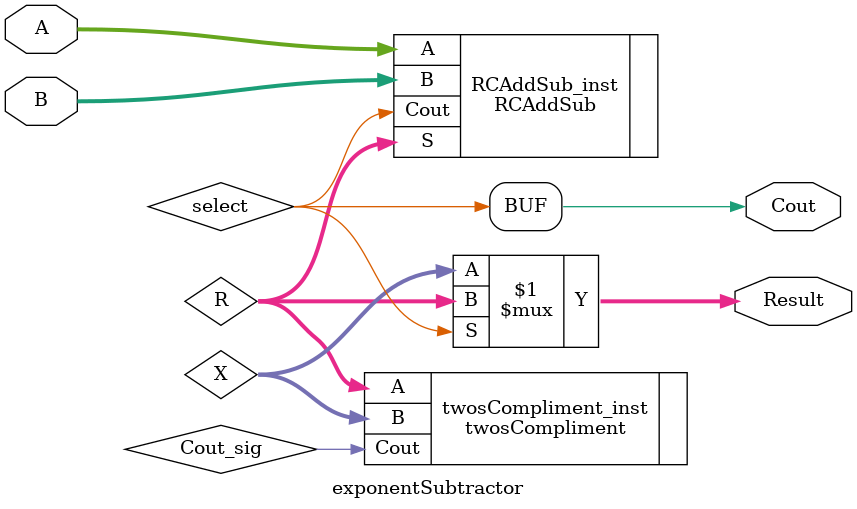
<source format=sv>
module exponentSubtractor  #(parameter N = 5)
(
input [N-1:0] A,B,
output [N-1:0] Result, 
output Cout
);

logic [N-1:0] R, X;
logic select;
assign Cout = select;
assign  Result = select ? R : X;


RCAddSub #(.N(N)) RCAddSub_inst
(
	.A(A) ,	// input [(N-1):0] A_sig
	.B(B) ,	// input [(N-1):0] B_sig
	.S(R) ,	// output [(N-1):0] S_sig
	.Cout(select) 	// output  Cout_sig
);



twosCompliment #(.N(N)) twosCompliment_inst
(
	.A(R) ,	// input [(N-1):0] A_sig
	.B(X) ,	// output [(N-1):0] B_sig
	.Cout(Cout_sig) 	// output  Cout_sig
);



endmodule
</source>
